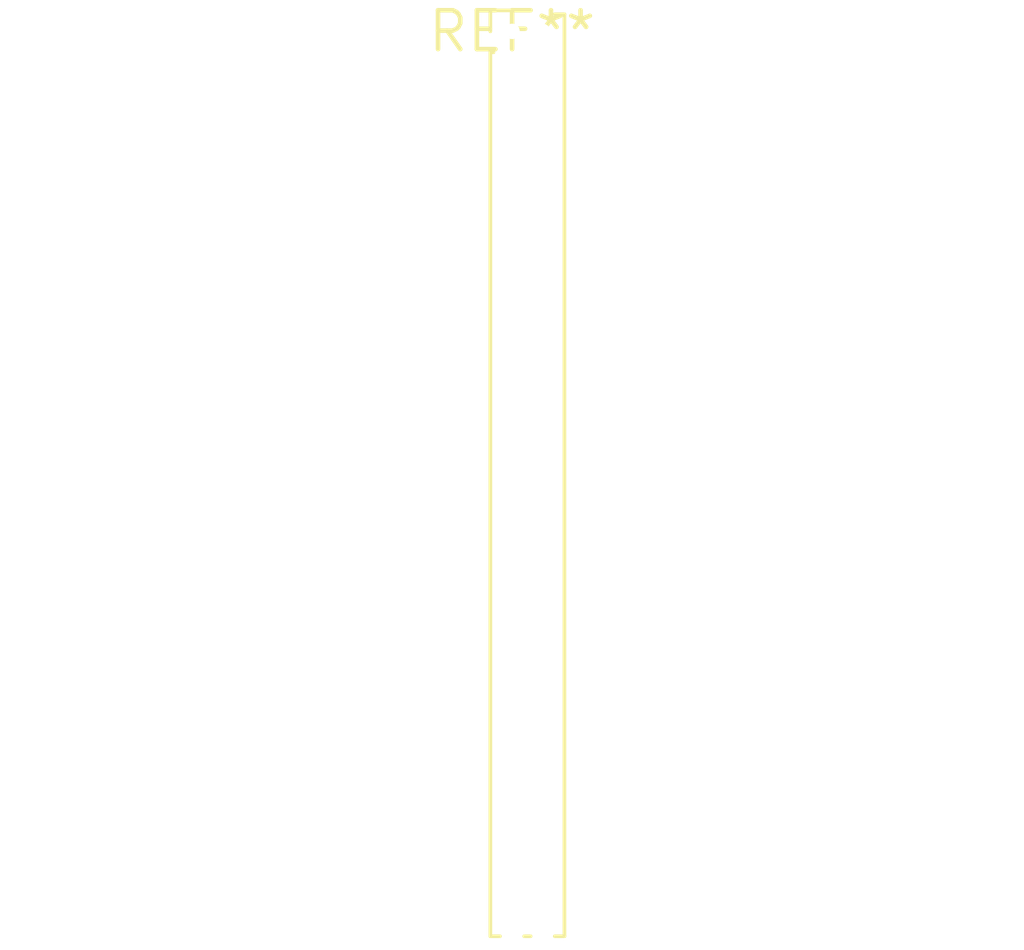
<source format=kicad_pcb>
(kicad_pcb (version 20240108) (generator pcbnew)
  (layers (0 "F.Cu" signal) (31 "B.Cu" signal) (34 "B.Paste" user) (35 "F.Paste" user) (36 "B.SilkS" user "B.Silkscreen") (37 "F.SilkS" user "F.Silkscreen") (38 "B.Mask" user) (39 "F.Mask" user) (44 "Edge.Cuts" user))
  (net 0 "")
  (footprint "PinHeader_2x30_P1.00mm_Vertical" (layer "F.Cu") (at 0 0)
    (property "Reference" "REF**")
    (property "Value" "PinHeader_2x30_P1.00mm_Vertical")
    (fp_line (start -0.71 -0.685) (end 0 -0.685) (layer "F.SilkS") (stroke (width 0.12)))
    (fp_line (start -0.71 0) (end -0.71 -0.685) (layer "F.SilkS") (stroke (width 0.12)))
    (fp_line (start -0.71 0.685) (end -0.71 29.56) (layer "F.SilkS") (stroke (width 0.12)))
    (fp_line (start -0.71 0.685) (end -0.608276 0.685) (layer "F.SilkS") (stroke (width 0.12)))
    (fp_line (start -0.71 29.56) (end -0.394493 29.56) (layer "F.SilkS") (stroke (width 0.12)))
    (fp_line (start 0.394493 29.56) (end 0.605507 29.56) (layer "F.SilkS") (stroke (width 0.12)))
    (fp_line (start 1.394493 -0.56) (end 1.71 -0.56) (layer "F.SilkS") (stroke (width 0.12)))
    (fp_line (start 1.394493 29.56) (end 1.71 29.56) (layer "F.SilkS") (stroke (width 0.12)))
    (fp_line (start 1.71 -0.56) (end 1.71 29.56) (layer "F.SilkS") (stroke (width 0.12)))
    (pad "1" thru_hole rect (at 0 0) (size 0.85 0.85) (drill 0.5) (layers *.Cu *.Mask) (remove_unused_layers))
    (pad "2" thru_hole oval (at 1 0) (size 0.85 0.85) (drill 0.5) (layers *.Cu *.Mask) (remove_unused_layers))
    (pad "3" thru_hole oval (at 0 1) (size 0.85 0.85) (drill 0.5) (layers *.Cu *.Mask) (remove_unused_layers))
    (pad "4" thru_hole oval (at 1 1) (size 0.85 0.85) (drill 0.5) (layers *.Cu *.Mask) (remove_unused_layers))
    (pad "5" thru_hole oval (at 0 2) (size 0.85 0.85) (drill 0.5) (layers *.Cu *.Mask) (remove_unused_layers))
    (pad "6" thru_hole oval (at 1 2) (size 0.85 0.85) (drill 0.5) (layers *.Cu *.Mask) (remove_unused_layers))
    (pad "7" thru_hole oval (at 0 3) (size 0.85 0.85) (drill 0.5) (layers *.Cu *.Mask) (remove_unused_layers))
    (pad "8" thru_hole oval (at 1 3) (size 0.85 0.85) (drill 0.5) (layers *.Cu *.Mask) (remove_unused_layers))
    (pad "9" thru_hole oval (at 0 4) (size 0.85 0.85) (drill 0.5) (layers *.Cu *.Mask) (remove_unused_layers))
    (pad "10" thru_hole oval (at 1 4) (size 0.85 0.85) (drill 0.5) (layers *.Cu *.Mask) (remove_unused_layers))
    (pad "11" thru_hole oval (at 0 5) (size 0.85 0.85) (drill 0.5) (layers *.Cu *.Mask) (remove_unused_layers))
    (pad "12" thru_hole oval (at 1 5) (size 0.85 0.85) (drill 0.5) (layers *.Cu *.Mask) (remove_unused_layers))
    (pad "13" thru_hole oval (at 0 6) (size 0.85 0.85) (drill 0.5) (layers *.Cu *.Mask) (remove_unused_layers))
    (pad "14" thru_hole oval (at 1 6) (size 0.85 0.85) (drill 0.5) (layers *.Cu *.Mask) (remove_unused_layers))
    (pad "15" thru_hole oval (at 0 7) (size 0.85 0.85) (drill 0.5) (layers *.Cu *.Mask) (remove_unused_layers))
    (pad "16" thru_hole oval (at 1 7) (size 0.85 0.85) (drill 0.5) (layers *.Cu *.Mask) (remove_unused_layers))
    (pad "17" thru_hole oval (at 0 8) (size 0.85 0.85) (drill 0.5) (layers *.Cu *.Mask) (remove_unused_layers))
    (pad "18" thru_hole oval (at 1 8) (size 0.85 0.85) (drill 0.5) (layers *.Cu *.Mask) (remove_unused_layers))
    (pad "19" thru_hole oval (at 0 9) (size 0.85 0.85) (drill 0.5) (layers *.Cu *.Mask) (remove_unused_layers))
    (pad "20" thru_hole oval (at 1 9) (size 0.85 0.85) (drill 0.5) (layers *.Cu *.Mask) (remove_unused_layers))
    (pad "21" thru_hole oval (at 0 10) (size 0.85 0.85) (drill 0.5) (layers *.Cu *.Mask) (remove_unused_layers))
    (pad "22" thru_hole oval (at 1 10) (size 0.85 0.85) (drill 0.5) (layers *.Cu *.Mask) (remove_unused_layers))
    (pad "23" thru_hole oval (at 0 11) (size 0.85 0.85) (drill 0.5) (layers *.Cu *.Mask) (remove_unused_layers))
    (pad "24" thru_hole oval (at 1 11) (size 0.85 0.85) (drill 0.5) (layers *.Cu *.Mask) (remove_unused_layers))
    (pad "25" thru_hole oval (at 0 12) (size 0.85 0.85) (drill 0.5) (layers *.Cu *.Mask) (remove_unused_layers))
    (pad "26" thru_hole oval (at 1 12) (size 0.85 0.85) (drill 0.5) (layers *.Cu *.Mask) (remove_unused_layers))
    (pad "27" thru_hole oval (at 0 13) (size 0.85 0.85) (drill 0.5) (layers *.Cu *.Mask) (remove_unused_layers))
    (pad "28" thru_hole oval (at 1 13) (size 0.85 0.85) (drill 0.5) (layers *.Cu *.Mask) (remove_unused_layers))
    (pad "29" thru_hole oval (at 0 14) (size 0.85 0.85) (drill 0.5) (layers *.Cu *.Mask) (remove_unused_layers))
    (pad "30" thru_hole oval (at 1 14) (size 0.85 0.85) (drill 0.5) (layers *.Cu *.Mask) (remove_unused_layers))
    (pad "31" thru_hole oval (at 0 15) (size 0.85 0.85) (drill 0.5) (layers *.Cu *.Mask) (remove_unused_layers))
    (pad "32" thru_hole oval (at 1 15) (size 0.85 0.85) (drill 0.5) (layers *.Cu *.Mask) (remove_unused_layers))
    (pad "33" thru_hole oval (at 0 16) (size 0.85 0.85) (drill 0.5) (layers *.Cu *.Mask) (remove_unused_layers))
    (pad "34" thru_hole oval (at 1 16) (size 0.85 0.85) (drill 0.5) (layers *.Cu *.Mask) (remove_unused_layers))
    (pad "35" thru_hole oval (at 0 17) (size 0.85 0.85) (drill 0.5) (layers *.Cu *.Mask) (remove_unused_layers))
    (pad "36" thru_hole oval (at 1 17) (size 0.85 0.85) (drill 0.5) (layers *.Cu *.Mask) (remove_unused_layers))
    (pad "37" thru_hole oval (at 0 18) (size 0.85 0.85) (drill 0.5) (layers *.Cu *.Mask) (remove_unused_layers))
    (pad "38" thru_hole oval (at 1 18) (size 0.85 0.85) (drill 0.5) (layers *.Cu *.Mask) (remove_unused_layers))
    (pad "39" thru_hole oval (at 0 19) (size 0.85 0.85) (drill 0.5) (layers *.Cu *.Mask) (remove_unused_layers))
    (pad "40" thru_hole oval (at 1 19) (size 0.85 0.85) (drill 0.5) (layers *.Cu *.Mask) (remove_unused_layers))
    (pad "41" thru_hole oval (at 0 20) (size 0.85 0.85) (drill 0.5) (layers *.Cu *.Mask) (remove_unused_layers))
    (pad "42" thru_hole oval (at 1 20) (size 0.85 0.85) (drill 0.5) (layers *.Cu *.Mask) (remove_unused_layers))
    (pad "43" thru_hole oval (at 0 21) (size 0.85 0.85) (drill 0.5) (layers *.Cu *.Mask) (remove_unused_layers))
    (pad "44" thru_hole oval (at 1 21) (size 0.85 0.85) (drill 0.5) (layers *.Cu *.Mask) (remove_unused_layers))
    (pad "45" thru_hole oval (at 0 22) (size 0.85 0.85) (drill 0.5) (layers *.Cu *.Mask) (remove_unused_layers))
    (pad "46" thru_hole oval (at 1 22) (size 0.85 0.85) (drill 0.5) (layers *.Cu *.Mask) (remove_unused_layers))
    (pad "47" thru_hole oval (at 0 23) (size 0.85 0.85) (drill 0.5) (layers *.Cu *.Mask) (remove_unused_layers))
    (pad "48" thru_hole oval (at 1 23) (size 0.85 0.85) (drill 0.5) (layers *.Cu *.Mask) (remove_unused_layers))
    (pad "49" thru_hole oval (at 0 24) (size 0.85 0.85) (drill 0.5) (layers *.Cu *.Mask) (remove_unused_layers))
    (pad "50" thru_hole oval (at 1 24) (size 0.85 0.85) (drill 0.5) (layers *.Cu *.Mask) (remove_unused_layers))
    (pad "51" thru_hole oval (at 0 25) (size 0.85 0.85) (drill 0.5) (layers *.Cu *.Mask) (remove_unused_layers))
    (pad "52" thru_hole oval (at 1 25) (size 0.85 0.85) (drill 0.5) (layers *.Cu *.Mask) (remove_unused_layers))
    (pad "53" thru_hole oval (at 0 26) (size 0.85 0.85) (drill 0.5) (layers *.Cu *.Mask) (remove_unused_layers))
    (pad "54" thru_hole oval (at 1 26) (size 0.85 0.85) (drill 0.5) (layers *.Cu *.Mask) (remove_unused_layers))
    (pad "55" thru_hole oval (at 0 27) (size 0.85 0.85) (drill 0.5) (layers *.Cu *.Mask) (remove_unused_layers))
    (pad "56" thru_hole oval (at 1 27) (size 0.85 0.85) (drill 0.5) (layers *.Cu *.Mask) (remove_unused_layers))
    (pad "57" thru_hole oval (at 0 28) (size 0.85 0.85) (drill 0.5) (layers *.Cu *.Mask) (remove_unused_layers))
    (pad "58" thru_hole oval (at 1 28) (size 0.85 0.85) (drill 0.5) (layers *.Cu *.Mask) (remove_unused_layers))
    (pad "59" thru_hole oval (at 0 29) (size 0.85 0.85) (drill 0.5) (layers *.Cu *.Mask) (remove_unused_layers))
    (pad "60" thru_hole oval (at 1 29) (size 0.85 0.85) (drill 0.5) (layers *.Cu *.Mask) (remove_unused_layers))
  )
)
</source>
